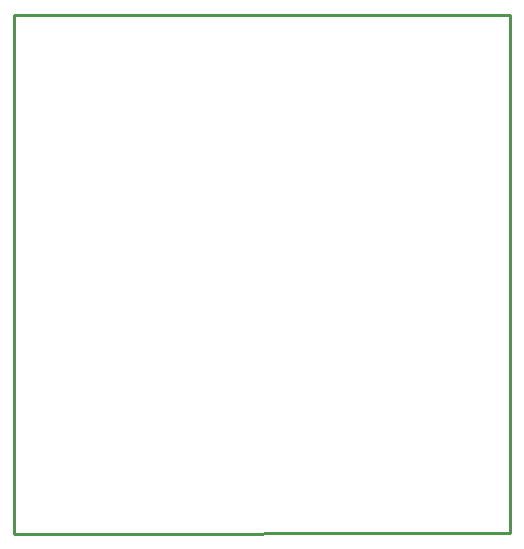
<source format=gbr>
G04 EAGLE Gerber RS-274X export*
G75*
%MOMM*%
%FSLAX34Y34*%
%LPD*%
%IN*%
%IPPOS*%
%AMOC8*
5,1,8,0,0,1.08239X$1,22.5*%
G01*
%ADD10C,0.254000*%


D10*
X0Y0D02*
X420000Y1000D01*
X420000Y440000D01*
X0Y440000D01*
X0Y0D01*
M02*

</source>
